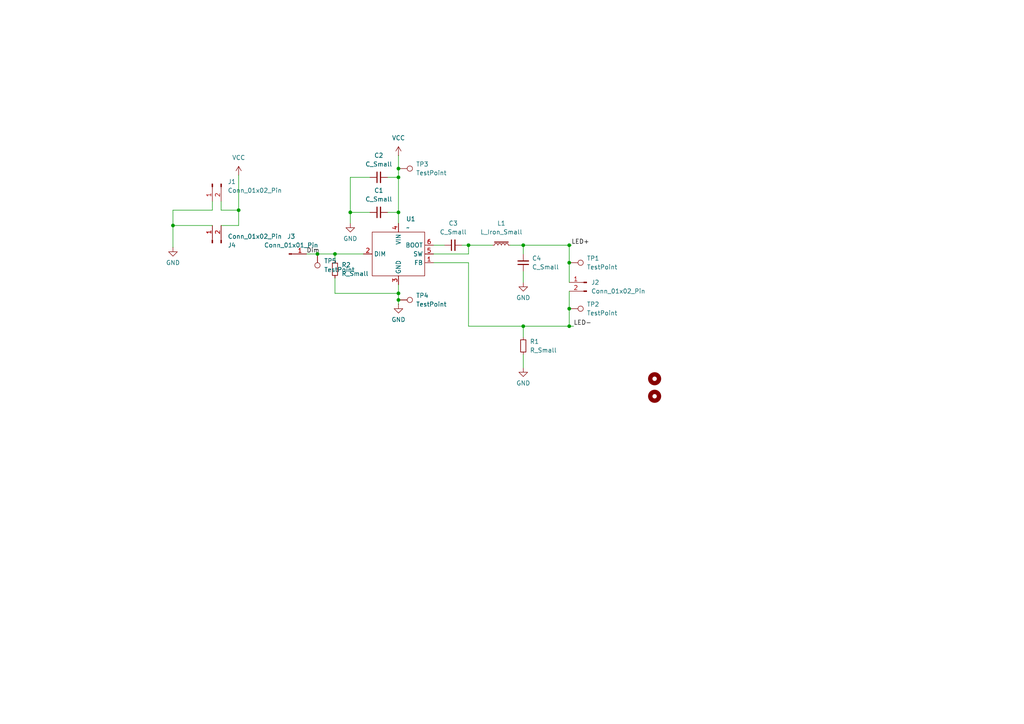
<source format=kicad_sch>
(kicad_sch (version 20231120) (generator "eeschema") (generator_version "8.0")
  (paper "A4")
  (title_block (title "besteLampe! Driver Module X") (date "2024-04-12") (rev "1.0") (comment 1 "See  https://lenaschimmel.de/besteLampe! for the source and more information") (comment 2 "This source describes Open Hardware and is licensed under the CERN-OHL-S v2.") (comment 3 "Copyright 2024 Lena Schimmel <mail@lenaschimmel.de>") (comment 4 "Design for JLCPCB 1-2 Layer Service"))
  (lib_symbols
    (symbol "Connector:Conn_01x01_Pin" (pin_names (offset 1.016) hide)
      (property "Reference" "J" (at 0 2.54 0))
      (property "Value" "Conn_01x01_Pin" (at 0 -2.54 0))
      (symbol "Conn_01x01_Pin_1_1"
        (polyline (pts (xy 1.27 0) (xy 0.8636 0)) (stroke (width 0.1524)))
        (rectangle (start 0.8636 0.127) (end 0 -0.127) (stroke (width 0.1524)) (fill (type outline)))
        (pin passive line (at 5.08 0 180) (length 3.81) (name "Pin_1") (number "1"))
      )
    )
    (symbol "Connector:Conn_01x02_Pin" (pin_names (offset 1.016) hide)
      (property "Reference" "J" (at 0 2.54 0))
      (property "Value" "Conn_01x02_Pin" (at 0 -5.08 0))
      (symbol "Conn_01x02_Pin_1_1"
        (polyline (pts (xy 1.27 -2.54) (xy 0.8636 -2.54)) (stroke (width 0.1524)))
        (polyline (pts (xy 1.27 0) (xy 0.8636 0)) (stroke (width 0.1524)))
        (rectangle (start 0.8636 -2.413) (end 0 -2.667) (stroke (width 0.1524)) (fill (type outline)))
        (rectangle (start 0.8636 0.127) (end 0 -0.127) (stroke (width 0.1524)) (fill (type outline)))
        (pin passive line (at 5.08 0 180) (length 3.81) (name "Pin_1") (number "1"))
        (pin passive line (at 5.08 -2.54 180) (length 3.81) (name "Pin_2") (number "2"))
      )
    )
    (symbol "Connector:TestPoint" (pin_numbers hide) (pin_names (offset 0.762) hide)
      (property "Reference" "TP" (at 0 6.858 0))
      (property "Value" "TestPoint" (at 0 5.08 0))
      (symbol "TestPoint_0_1"
        (circle (center 0 3.302) (radius 0.762))
      )
      (symbol "TestPoint_1_1"
        (pin passive line (at 0 0 90) (length 2.54) (name "1") (number "1"))
      )
    )
    (symbol "Device:C_Small" (pin_numbers hide) (pin_names (offset 0.254) hide)
      (property "Reference" "C" (at 0.254 1.778 0))
      (property "Value" "C_Small" (at 0.254 -2.032 0))
      (symbol "C_Small_0_1"
        (polyline (pts (xy -1.524 -0.508) (xy 1.524 -0.508)) (stroke (width 0.3302)))
        (polyline (pts (xy -1.524 0.508) (xy 1.524 0.508)) (stroke (width 0.3048)))
      )
      (symbol "C_Small_1_1"
        (pin passive line (at 0 2.54 270) (length 2.032) (name "~") (number "1"))
        (pin passive line (at 0 -2.54 90) (length 2.032) (name "~") (number "2"))
      )
    )
    (symbol "Device:L_Iron_Small" (pin_numbers hide) (pin_names (offset 0.254) hide)
      (property "Reference" "L" (at 1.27 1.016 0))
      (property "Value" "L_Iron_Small" (at 1.27 -1.27 0))
      (symbol "L_Iron_Small_0_1"
        (arc (start 0 -2.032) (mid 0.5058 -1.524) (end 0 -1.016))
        (arc (start 0 -1.016) (mid 0.5058 -0.508) (end 0 0))
        (polyline (pts (xy 0.762 2.032) (xy 0.762 -2.032)))
        (polyline (pts (xy 1.016 -2.032) (xy 1.016 2.032)))
        (arc (start 0 0) (mid 0.5058 0.508) (end 0 1.016))
        (arc (start 0 1.016) (mid 0.5058 1.524) (end 0 2.032))
      )
      (symbol "L_Iron_Small_1_1"
        (pin passive line (at 0 2.54 270) (length 0.508) (name "~") (number "1"))
        (pin passive line (at 0 -2.54 90) (length 0.508) (name "~") (number "2"))
      )
    )
    (symbol "Device:R_Small" (pin_numbers hide) (pin_names (offset 0.254) hide)
      (property "Reference" "R" (at 0.762 0.508 0))
      (property "Value" "R_Small" (at 0.762 -1.016 0))
      (symbol "R_Small_0_1"
        (rectangle (start -0.762 1.778) (end 0.762 -1.778) (stroke (width 0.2032)))
      )
      (symbol "R_Small_1_1"
        (pin passive line (at 0 2.54 270) (length 0.762) (name "~") (number "1"))
        (pin passive line (at 0 -2.54 90) (length 0.762) (name "~") (number "2"))
      )
    )
    (symbol "Driver_LED:TPS92200"
      (property "Reference" "U" (at 0 0 0))
      (symbol "TPS92200_0_1"
        (rectangle (start 7.62 6.35) (end -7.62 -6.35))
      )
      (symbol "TPS92200_1_1"
        (pin input line (at 10.16 -2.54 180) (length 2.54) (name "FB") (number "1"))
        (pin input line (at -10.16 0 0) (length 2.54) (name "DIM") (number "2"))
        (pin passive line (at 0 -8.89 90) (length 2.54) (name "GND") (number "3"))
        (pin power_in line (at 0 8.89 270) (length 2.54) (name "VIN") (number "4"))
        (pin power_out line (at 10.16 0 180) (length 2.54) (name "SW") (number "5"))
        (pin input line (at 10.16 2.54 180) (length 2.54) (name "BOOT") (number "6"))
      )
    )
    (symbol "Mechanical:MountingHole" (pin_names (offset 1.016)) (exclude_from_sim yes) (in_bom no)
      (property "Reference" "H" (at 0 5.08 0))
      (property "Value" "MountingHole" (at 0 3.175 0))
      (symbol "MountingHole_0_1"
        (circle (center 0 0) (radius 1.27) (stroke (width 1.27)))
      )
    )
    (symbol "power:GND" (power) (pin_numbers hide) (pin_names (offset 0) hide)
      (property "Value" "GND" (at 0 -3.81 0))
      (symbol "GND_0_1"
        (polyline (pts (xy 0 0) (xy 0 -1.27) (xy 1.27 -1.27) (xy 0 -2.54) (xy -1.27 -1.27) (xy 0 -1.27)))
      )
      (symbol "GND_1_1"
        (pin power_in line (at 0 0 270) (length 0) (name "~") (number "1"))
      )
    )
    (symbol "power:VCC" (power) (pin_numbers hide) (pin_names (offset 0) hide)
      (property "Value" "VCC" (at 0 3.556 0))
      (symbol "VCC_0_1"
        (polyline (pts (xy -0.762 1.27) (xy 0 2.54)))
        (polyline (pts (xy 0 0) (xy 0 2.54)))
        (polyline (pts (xy 0 2.54) (xy 0.762 1.27)))
      )
      (symbol "VCC_1_1"
        (pin power_in line (at 0 0 90) (length 0) (name "~") (number "1"))
      )
    )
  )
  (junction (at 151.765 94.615))
  (junction (at 151.765 71.12))
  (junction (at 165.1 76.2))
  (junction (at 165.1 89.535))
  (junction (at 97.155 73.66))
  (junction (at 165.1 71.12))
  (junction (at 101.6 61.595))
  (junction (at 69.215 60.96))
  (junction (at 115.57 51.435))
  (junction (at 115.57 48.895))
  (junction (at 115.57 61.595))
  (junction (at 50.165 65.405))
  (junction (at 92.075 73.66))
  (junction (at 165.1 94.615))
  (junction (at 115.57 86.995))
  (junction (at 115.57 85.09))
  (junction (at 135.89 71.12))
  (wire (pts (xy 151.765 94.615) (xy 135.89 94.615)))
  (wire (pts (xy 115.57 48.895) (xy 115.57 51.435)))
  (wire (pts (xy 115.57 82.55) (xy 115.57 85.09)))
  (wire (pts (xy 97.155 85.09) (xy 115.57 85.09)))
  (wire (pts (xy 135.89 76.2) (xy 125.73 76.2)))
  (wire (pts (xy 92.075 73.66) (xy 97.155 73.66)))
  (wire (pts (xy 101.6 51.435) (xy 101.6 61.595)))
  (wire (pts (xy 50.165 60.96) (xy 61.595 60.96)))
  (wire (pts (xy 151.765 73.66) (xy 151.765 71.12)))
  (wire (pts (xy 64.135 60.96) (xy 64.135 58.42)))
  (wire (pts (xy 165.1 94.615) (xy 151.765 94.615)))
  (wire (pts (xy 112.395 61.595) (xy 115.57 61.595)))
  (wire (pts (xy 115.57 61.595) (xy 115.57 64.77)))
  (wire (pts (xy 135.89 94.615) (xy 135.89 76.2)))
  (wire (pts (xy 151.765 78.74) (xy 151.765 81.915)))
  (wire (pts (xy 50.165 65.405) (xy 50.165 71.755)))
  (wire (pts (xy 133.985 71.12) (xy 135.89 71.12)))
  (wire (pts (xy 165.1 71.12) (xy 165.735 71.12)))
  (wire (pts (xy 97.155 73.66) (xy 97.155 75.565)))
  (wire (pts (xy 64.135 65.405) (xy 69.215 65.405)))
  (wire (pts (xy 135.89 73.66) (xy 135.89 71.12)))
  (wire (pts (xy 165.1 89.535) (xy 165.1 94.615)))
  (wire (pts (xy 151.765 71.12) (xy 147.955 71.12)))
  (wire (pts (xy 115.57 45.085) (xy 115.57 48.895)))
  (wire (pts (xy 107.315 51.435) (xy 101.6 51.435)))
  (wire (pts (xy 50.165 65.405) (xy 61.595 65.405)))
  (wire (pts (xy 112.395 51.435) (xy 115.57 51.435)))
  (wire (pts (xy 151.765 94.615) (xy 151.765 97.79)))
  (wire (pts (xy 165.1 76.2) (xy 165.1 81.915)))
  (wire (pts (xy 165.1 71.12) (xy 165.1 76.2)))
  (wire (pts (xy 50.165 60.96) (xy 50.165 65.405)))
  (wire (pts (xy 88.9 73.66) (xy 92.075 73.66)))
  (wire (pts (xy 115.57 51.435) (xy 115.57 61.595)))
  (wire (pts (xy 115.57 85.09) (xy 115.57 86.995)))
  (wire (pts (xy 165.1 84.455) (xy 165.1 89.535)))
  (wire (pts (xy 101.6 64.77) (xy 101.6 61.595)))
  (wire (pts (xy 151.765 71.12) (xy 165.1 71.12)))
  (wire (pts (xy 135.89 71.12) (xy 142.875 71.12)))
  (wire (pts (xy 64.135 60.96) (xy 69.215 60.96)))
  (wire (pts (xy 166.37 94.615) (xy 165.1 94.615)))
  (wire (pts (xy 97.155 80.645) (xy 97.155 85.09)))
  (wire (pts (xy 69.215 60.96) (xy 69.215 65.405)))
  (wire (pts (xy 151.765 102.87) (xy 151.765 106.68)))
  (wire (pts (xy 125.73 71.12) (xy 128.905 71.12)))
  (wire (pts (xy 97.155 73.66) (xy 105.41 73.66)))
  (wire (pts (xy 115.57 86.995) (xy 115.57 88.265)))
  (wire (pts (xy 125.73 73.66) (xy 135.89 73.66)))
  (wire (pts (xy 69.215 50.8) (xy 69.215 60.96)))
  (wire (pts (xy 101.6 61.595) (xy 107.315 61.595)))
  (wire (pts (xy 61.595 60.96) (xy 61.595 58.42)))
  (label "LED-" (at 166.37 94.615 0))
  (label "LED+" (at 165.735 71.12 0))
  (label "Dim" (at 88.9 73.66 0))
  (symbol (lib_id "Connector:TestPoint") (at 115.57 48.895 270) (unit 1)
    (property "Reference" "TP3" (at 120.65 47.6249 90) (effects (justify left)))
    (property "Value" "TestPoint" (at 120.65 50.1649 90) (effects (justify left)))
    (property "Footprint" "TestPoint:TestPoint_THTPad_D1.5mm_Drill0.7mm" (effects (hide yes)))
    (property "Description" "test point" (effects (hide yes)))
  )
  (symbol (lib_id "power:GND") (at 151.765 81.915 0) (unit 1)
    (property "Reference" "#PWR04" (effects (hide yes)))
    (property "Value" "GND" (at 151.765 86.36 0))
    (property "Description" "Power symbol creates a global label with name \"GND\" , ground" (effects (hide yes)))
  )
  (symbol (lib_id "power:GND") (at 115.57 88.265 0) (unit 1)
    (property "Reference" "#PWR01" (effects (hide yes)))
    (property "Value" "GND" (at 115.57 92.71 0))
    (property "Description" "Power symbol creates a global label with name \"GND\" , ground" (effects (hide yes)))
  )
  (symbol (lib_id "Connector:TestPoint") (at 92.075 73.66 180) (unit 1)
    (property "Reference" "TP5" (at 93.98 75.6919 0) (effects (justify right)))
    (property "Value" "TestPoint" (at 93.98 78.2319 0) (effects (justify right)))
    (property "Footprint" "TestPoint:TestPoint_THTPad_D1.5mm_Drill0.7mm" (effects (hide yes)))
    (property "Description" "test point" (effects (hide yes)))
  )
  (symbol (lib_id "Connector:Conn_01x02_Pin") (at 170.18 81.915 0) (mirror y) (unit 1)
    (property "Reference" "J2" (at 171.45 81.9149 0) (effects (justify right)))
    (property "Value" "Conn_01x02_Pin" (at 171.45 84.4549 0) (effects (justify right)))
    (property "Footprint" "Connector_PinHeader_2.54mm:PinHeader_1x02_P2.54mm_Vertical" (effects (hide yes)))
    (property "Description" "Generic connector, single row, 01x02, script generated" (effects (hide yes)))
  )
  (symbol (lib_id "Device:C_Small") (at 151.765 76.2 180) (unit 1)
    (property "Reference" "C4" (at 154.305 74.9235 0) (effects (justify right)))
    (property "Value" "C_Small" (at 154.305 77.4635 0) (effects (justify right)))
    (property "Footprint" "Capacitor_SMD:C_1206_3216Metric" (effects (hide yes)))
    (property "Description" "Unpolarized capacitor, small symbol" (effects (hide yes)))
  )
  (symbol (lib_id "Connector:Conn_01x02_Pin") (at 61.595 70.485 90) (unit 1)
    (property "Reference" "J4" (at 66.04 71.1201 90) (effects (justify right)))
    (property "Value" "Conn_01x02_Pin" (at 66.04 68.5801 90) (effects (justify right)))
    (property "Footprint" "Connector_PinHeader_2.54mm:PinHeader_1x02_P2.54mm_Vertical" (effects (hide yes)))
    (property "Description" "Generic connector, single row, 01x02, script generated" (effects (hide yes)))
  )
  (symbol (lib_id "Device:R_Small") (at 151.765 100.33 0) (unit 1)
    (property "Reference" "R1" (at 153.67 99.0599 0) (effects (justify left)))
    (property "Value" "R_Small" (at 153.67 101.5999 0) (effects (justify left)))
    (property "Footprint" "Resistor_SMD:R_1206_3216Metric" (effects (hide yes)))
    (property "Description" "Resistor, small symbol" (effects (hide yes)))
  )
  (symbol (lib_id "Mechanical:MountingHole") (at 189.865 114.935 0) (unit 1) (exclude_from_sim yes) (in_bom no)
    (property "Reference" "H2" (effects (hide yes)))
    (property "Value" "MountingHole" (effects (hide yes)))
    (property "Footprint" "MountingHole:MountingHole_3.2mm_M3" (effects (hide yes)))
    (property "Description" "Mounting Hole without connection" (effects (hide yes)))
  )
  (symbol (lib_id "Connector:TestPoint") (at 165.1 89.535 270) (unit 1)
    (property "Reference" "TP2" (at 170.18 88.2649 90) (effects (justify left)))
    (property "Value" "TestPoint" (at 170.18 90.8049 90) (effects (justify left)))
    (property "Footprint" "TestPoint:TestPoint_THTPad_D1.5mm_Drill0.7mm" (effects (hide yes)))
    (property "Description" "test point" (effects (hide yes)))
  )
  (symbol (lib_id "power:GND") (at 101.6 64.77 0) (unit 1)
    (property "Reference" "#PWR03" (effects (hide yes)))
    (property "Value" "GND" (at 101.6 69.215 0))
    (property "Description" "Power symbol creates a global label with name \"GND\" , ground" (effects (hide yes)))
  )
  (symbol (lib_id "Connector:TestPoint") (at 165.1 76.2 270) (unit 1)
    (property "Reference" "TP1" (at 170.18 74.9299 90) (effects (justify left)))
    (property "Value" "TestPoint" (at 170.18 77.4699 90) (effects (justify left)))
    (property "Footprint" "TestPoint:TestPoint_THTPad_D1.5mm_Drill0.7mm" (effects (hide yes)))
    (property "Description" "test point" (effects (hide yes)))
  )
  (symbol (lib_id "Connector:TestPoint") (at 115.57 86.995 270) (unit 1)
    (property "Reference" "TP4" (at 120.65 85.7249 90) (effects (justify left)))
    (property "Value" "TestPoint" (at 120.65 88.2649 90) (effects (justify left)))
    (property "Footprint" "TestPoint:TestPoint_THTPad_D1.5mm_Drill0.7mm" (effects (hide yes)))
    (property "Description" "test point" (effects (hide yes)))
  )
  (symbol (lib_id "Connector:Conn_01x02_Pin") (at 61.595 53.34 90) (mirror x) (unit 1)
    (property "Reference" "J1" (at 66.04 52.7049 90) (effects (justify right)))
    (property "Value" "Conn_01x02_Pin" (at 66.04 55.2449 90) (effects (justify right)))
    (property "Footprint" "Connector_PinHeader_2.54mm:PinHeader_1x02_P2.54mm_Vertical" (effects (hide yes)))
    (property "Description" "Generic connector, single row, 01x02, script generated" (effects (hide yes)))
  )
  (symbol (lib_id "power:VCC") (at 69.215 50.8 0) (unit 1)
    (property "Reference" "#PWR06" (effects (hide yes)))
    (property "Value" "VCC" (at 69.215 45.72 0))
    (property "Description" "Power symbol creates a global label with name \"VCC\"" (effects (hide yes)))
  )
  (symbol (lib_id "Driver_LED:TPS92200") (at 115.57 73.66 0) (unit 1)
    (property "Reference" "U1" (at 117.7641 63.5 0) (effects (justify left)))
    (property "Value" "~" (at 117.7641 66.04 0) (effects (justify left)))
  )
  (symbol (lib_id "Mechanical:MountingHole") (at 189.865 109.855 0) (unit 1) (exclude_from_sim yes) (in_bom no)
    (property "Reference" "H1" (effects (hide yes)))
    (property "Value" "MountingHole" (effects (hide yes)))
    (property "Footprint" "MountingHole:MountingHole_3.2mm_M3" (effects (hide yes)))
    (property "Description" "Mounting Hole without connection" (effects (hide yes)))
  )
  (symbol (lib_id "power:GND") (at 50.165 71.755 0) (unit 1)
    (property "Reference" "#PWR07" (effects (hide yes)))
    (property "Value" "GND" (at 50.165 76.2 0))
    (property "Description" "Power symbol creates a global label with name \"GND\" , ground" (effects (hide yes)))
  )
  (symbol (lib_id "Device:R_Small") (at 97.155 78.105 0) (unit 1)
    (property "Reference" "R2" (at 99.06 76.8349 0) (effects (justify left)))
    (property "Value" "R_Small" (at 99.06 79.3749 0) (effects (justify left)))
    (property "Description" "Resistor, small symbol" (effects (hide yes)))
  )
  (symbol (lib_id "Device:C_Small") (at 109.855 61.595 90) (unit 1)
    (property "Reference" "C1" (at 109.8613 55.245 90))
    (property "Value" "C_Small" (at 109.8613 57.785 90))
    (property "Footprint" "Capacitor_SMD:C_1206_3216Metric" (effects (hide yes)))
    (property "Description" "Unpolarized capacitor, small symbol" (effects (hide yes)))
  )
  (symbol (lib_id "power:VCC") (at 115.57 45.085 0) (unit 1)
    (property "Reference" "#PWR02" (effects (hide yes)))
    (property "Value" "VCC" (at 115.57 40.005 0))
    (property "Description" "Power symbol creates a global label with name \"VCC\"" (effects (hide yes)))
  )
  (symbol (lib_id "Device:L_Iron_Small") (at 145.415 71.12 90) (unit 1)
    (property "Reference" "L1" (at 145.415 64.77 90))
    (property "Value" "L_Iron_Small" (at 145.415 67.31 90))
    (property "Description" "Inductor with iron core, small symbol" (effects (hide yes)))
  )
  (symbol (lib_id "Device:C_Small") (at 109.855 51.435 90) (unit 1)
    (property "Reference" "C2" (at 109.8613 45.085 90))
    (property "Value" "C_Small" (at 109.8613 47.625 90))
    (property "Footprint" "Capacitor_SMD:C_1206_3216Metric" (effects (hide yes)))
    (property "Description" "Unpolarized capacitor, small symbol" (effects (hide yes)))
  )
  (symbol (lib_id "Device:C_Small") (at 131.445 71.12 90) (unit 1)
    (property "Reference" "C3" (at 131.4513 64.77 90))
    (property "Value" "C_Small" (at 131.4513 67.31 90))
    (property "Footprint" "Capacitor_SMD:C_1206_3216Metric" (effects (hide yes)))
    (property "Description" "Unpolarized capacitor, small symbol" (effects (hide yes)))
  )
  (symbol (lib_id "Connector:Conn_01x01_Pin") (at 83.82 73.66 0) (unit 1)
    (property "Reference" "J3" (at 84.455 68.58 0))
    (property "Value" "Conn_01x01_Pin" (at 84.455 71.12 0))
    (property "Footprint" "Connector_PinHeader_2.54mm:PinHeader_1x01_P2.54mm_Vertical" (effects (hide yes)))
    (property "Description" "Generic connector, single row, 01x01, script generated" (effects (hide yes)))
  )
  (symbol (lib_id "power:GND") (at 151.765 106.68 0) (unit 1)
    (property "Reference" "#PWR05" (effects (hide yes)))
    (property "Value" "GND" (at 151.765 111.125 0))
    (property "Description" "Power symbol creates a global label with name \"GND\" , ground" (effects (hide yes)))
  )
)
</source>
